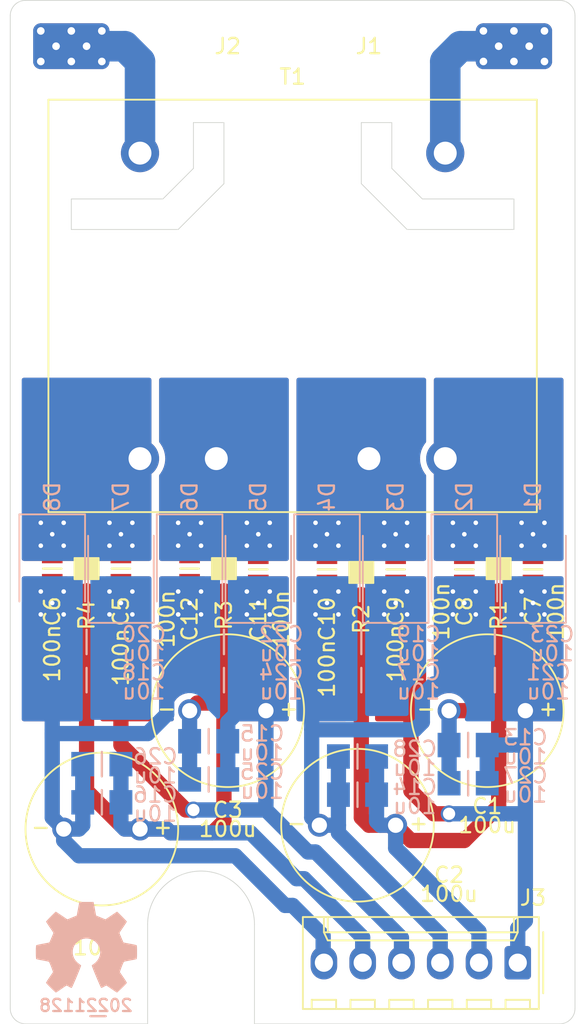
<source format=kicad_pcb>
(kicad_pcb (version 20211014) (generator pcbnew)
  (layers (0 "F.Cu" signal) (31 "B.Cu" signal) (34 "B.Paste" user) (35 "F.Paste" user) (36 "B.SilkS" user "B.Silkscreen") (37 "F.SilkS" user "F.Silkscreen") (38 "B.Mask" user) (39 "F.Mask" user) (44 "Edge.Cuts" user))
  (net 0 "")
  (net 1 "/V1+")
  (net 2 "/V1-")
  (net 3 "/Phase")
  (net 4 "/Neutral")
  (net 5 "/VC1")
  (net 6 "/V2+")
  (net 7 "/V2-")
  (net 8 "/VC2")
  (net 9 "/P1A")
  (net 10 "/P1B")
  (net 11 "/P2A")
  (net 12 "/P2B")
  (footprint "SquantorRcl:C-050-100-elco" (layer "F.Cu") (at 144.25 126.5 180)
    (fp_text reference "C3" (at 0 -6.5 unlocked) (layer "F.SilkS"))
    (fp_text value "100u" (at 0 -7.75 unlocked) (layer "F.SilkS"))
    (fp_text user "+" (at -4 0 180 unlocked) (layer "F.SilkS"))
    (fp_text user "-" (at 4 0 180 unlocked) (layer "F.SilkS"))
    (pad "1" thru_hole circle (at -2.5 0 180) (size 1.5 1.5) (drill 1) (layers *.Cu *.Mask) (net 6 "/V2+"))
    (pad "2" thru_hole circle (at 2.5 0 180) (size 1.5 1.5) (drill 1) (layers *.Cu *.Mask) (net 8 "/VC2"))
  )
  (footprint "SquantorRcl:C_0805+0603" (layer "F.Cu") (at 155.25 117.25 -90)
    (fp_text reference "C9" (at 2.75 0 90) (layer "F.SilkS"))
    (fp_text value "100n" (at 5.5 0 90) (layer "F.SilkS"))
    (pad "1" smd rect (at -0.925 0 270) (size 1.15 1.35) (layers "F.Cu" "F.Paste" "F.Mask") (net 10 "/P1B"))
    (pad "2" smd rect (at 0.925 0 270) (size 1.15 1.35) (layers "F.Cu" "F.Paste" "F.Mask") (net 1 "/V1+"))
  )
  (footprint "SquantorConnectors:pad_power" (layer "F.Cu") (at 134 83)
    (fp_text reference "J2" (at 10.25 0 unlocked) (layer "F.SilkS"))
    (fp_text value "Conn_01x01")
    (pad "1" thru_hole circle (at 1 0) (size 1 1) (drill 0.5) (layers *.Cu *.Mask) (net 4 "/Neutral"))
    (pad "1" smd roundrect (at 0 0) (size 5 3) (layers "F.Cu" "F.Mask") (roundrect_rratio 0.1666666667) (net 4 "/Neutral"))
    (pad "1" thru_hole circle (at 0 -1) (size 1 1) (drill 0.5) (layers *.Cu *.Mask) (net 4 "/Neutral"))
    (pad "1" thru_hole circle (at 0 1) (size 1 1) (drill 0.5) (layers *.Cu *.Mask) (net 4 "/Neutral"))
    (pad "1" thru_hole circle (at -2 1) (size 1 1) (drill 0.5) (layers *.Cu *.Mask) (net 4 "/Neutral"))
    (pad "1" smd roundrect (at 0 0) (size 5 3) (layers "B.Cu" "B.Mask") (roundrect_rratio 0.1666666667) (net 4 "/Neutral"))
    (pad "1" thru_hole circle (at 2 -1) (size 1 1) (drill 0.5) (layers *.Cu *.Mask) (net 4 "/Neutral"))
    (pad "1" thru_hole circle (at -2 -1) (size 1 1) (drill 0.5) (layers *.Cu *.Mask) (net 4 "/Neutral"))
    (pad "1" thru_hole circle (at 2 1) (size 1 1) (drill 0.5) (layers *.Cu *.Mask) (net 4 "/Neutral"))
    (pad "1" thru_hole circle (at -1 0) (size 1 1) (drill 0.5) (layers *.Cu *.Mask) (net 4 "/Neutral"))
  )
  (footprint "SquantorRcl:C_0805+0603" (layer "F.Cu") (at 146.25 117.25 -90)
    (fp_text reference "C11" (at 3.25 0 90) (layer "F.SilkS"))
    (fp_text value "100n" (at 3.25 -1.5 90) (layer "F.SilkS"))
    (pad "1" smd rect (at -0.925 0 270) (size 1.15 1.35) (layers "F.Cu" "F.Paste" "F.Mask") (net 11 "/P2A"))
    (pad "2" smd rect (at 0.925 0 270) (size 1.15 1.35) (layers "F.Cu" "F.Paste" "F.Mask") (net 6 "/V2+"))
  )
  (footprint "SquantorRcl:R_1206" (layer "F.Cu") (at 144 117.2 90)
    (fp_text reference "R3" (at -3.05 0 90) (layer "F.SilkS"))
    (fp_text value "TBD")
    (pad "1" smd rect (at -1.45 0 90) (size 0.9 1.7) (layers "F.Cu" "F.Paste" "F.Mask") (net 8 "/VC2"))
    (pad "2" smd rect (at 1.45 0 90) (size 0.9 1.7) (layers "F.Cu" "F.Paste" "F.Mask") (net 11 "/P2A"))
  )
  (footprint "SquantorRcl:C-050-100-elco" (layer "F.Cu") (at 136 134.25 180)
    (fp_text reference "C4" (at 0 -6.5 unlocked) (layer "F.SilkS"))
    (fp_text value "100u" (at 0 -7.75 unlocked) (layer "F.SilkS"))
    (fp_text user "+" (at -4 0 180 unlocked) (layer "F.SilkS"))
    (fp_text user "-" (at 4 0 180 unlocked) (layer "F.SilkS"))
    (pad "1" thru_hole circle (at -2.5 0 180) (size 1.5 1.5) (drill 1) (layers *.Cu *.Mask) (net 8 "/VC2"))
    (pad "2" thru_hole circle (at 2.5 0 180) (size 1.5 1.5) (drill 1) (layers *.Cu *.Mask) (net 7 "/V2-"))
  )
  (footprint "SquantorRcl:C_0805+0603" (layer "F.Cu") (at 132.75 117.2 -90)
    (fp_text reference "C6" (at 2.8 0 90) (layer "F.SilkS"))
    (fp_text value "100n" (at 5.55 0 90) (layer "F.SilkS"))
    (pad "1" smd rect (at -0.925 0 270) (size 1.15 1.35) (layers "F.Cu" "F.Paste" "F.Mask") (net 12 "/P2B"))
    (pad "2" smd rect (at 0.925 0 270) (size 1.15 1.35) (layers "F.Cu" "F.Paste" "F.Mask") (net 7 "/V2-"))
  )
  (footprint "SquantorRcl:R_1206" (layer "F.Cu") (at 162 117.2 90)
    (fp_text reference "R1" (at -3.05 0 90) (layer "F.SilkS"))
    (fp_text value "TBD")
    (pad "1" smd rect (at -1.45 0 90) (size 0.9 1.7) (layers "F.Cu" "F.Paste" "F.Mask") (net 5 "/VC1"))
    (pad "2" smd rect (at 1.45 0 90) (size 0.9 1.7) (layers "F.Cu" "F.Paste" "F.Mask") (net 9 "/P1A"))
  )
  (footprint "SquantorTransformer:10pin_5pitch_32x27_1Pri_2Sec" (layer "F.Cu") (at 148.5 100)
    (fp_text reference "T1" (at 0 -15 unlocked) (layer "F.SilkS"))
    (fp_text value "10P_1P_2S")
    (pad "1" thru_hole circle (at 10 -10) (size 2.5 2.5) (drill 1.5) (layers *.Cu *.Mask) (net 3 "/Phase"))
    (pad "5" thru_hole circle (at -10 -10) (size 2.5 2.5) (drill 1.5) (layers *.Cu *.Mask) (net 4 "/Neutral"))
    (pad "6" thru_hole circle (at -10 10) (size 2.5 2.5) (drill 1.5) (layers *.Cu *.Mask) (net 12 "/P2B"))
    (pad "7" thru_hole circle (at -5 10) (size 2.5 2.5) (drill 1.5) (layers *.Cu *.Mask) (net 11 "/P2A"))
    (pad "9" thru_hole circle (at 5 10) (size 2.5 2.5) (drill 1.5) (layers *.Cu *.Mask) (net 10 "/P1B"))
    (pad "10" thru_hole circle (at 10 10) (size 2.5 2.5) (drill 1.5) (layers *.Cu *.Mask) (net 9 "/P1A"))
  )
  (footprint "SquantorRcl:C_0805+0603" (layer "F.Cu") (at 164.25 117.25 -90)
    (fp_text reference "C7" (at 2.75 0 90) (layer "F.SilkS"))
    (fp_text value "100n" (at 2.75 -1.5 90) (layer "F.SilkS"))
    (pad "1" smd rect (at -0.925 0 270) (size 1.15 1.35) (layers "F.Cu" "F.Paste" "F.Mask") (net 9 "/P1A"))
    (pad "2" smd rect (at 0.925 0 270) (size 1.15 1.35) (layers "F.Cu" "F.Paste" "F.Mask") (net 1 "/V1+"))
  )
  (footprint "SquantorRcl:C-050-100-elco" (layer "F.Cu") (at 161.25 126.5 180)
    (fp_text reference "C1" (at 0 -6.25 unlocked) (layer "F.SilkS"))
    (fp_text value "100u" (at 0 -7.5 unlocked) (layer "F.SilkS"))
    (fp_text user "+" (at -4 0 180 unlocked) (layer "F.SilkS"))
    (fp_text user "-" (at 4 0 180 unlocked) (layer "F.SilkS"))
    (pad "1" thru_hole circle (at -2.5 0 180) (size 1.5 1.5) (drill 1) (layers *.Cu *.Mask) (net 1 "/V1+"))
    (pad "2" thru_hole circle (at 2.5 0 180) (size 1.5 1.5) (drill 1) (layers *.Cu *.Mask) (net 5 "/VC1"))
  )
  (footprint "SquantorRcl:C_0805+0603" (layer "F.Cu") (at 137.25 117.2 -90)
    (fp_text reference "C5" (at 2.8 0 90) (layer "F.SilkS"))
    (fp_text value "100n" (at 5.8 0 90) (layer "F.SilkS"))
    (pad "1" smd rect (at -0.925 0 270) (size 1.15 1.35) (layers "F.Cu" "F.Paste" "F.Mask") (net 12 "/P2B"))
    (pad "2" smd rect (at 0.925 0 270) (size 1.15 1.35) (layers "F.Cu" "F.Paste" "F.Mask") (net 6 "/V2+"))
  )
  (footprint "SquantorRcl:C_0805+0603" (layer "F.Cu") (at 150.75 117.25 -90)
    (fp_text reference "C10" (at 3.25 0 90) (layer "F.SilkS"))
    (fp_text value "100n" (at 6.5 0 90) (layer "F.SilkS"))
    (pad "1" smd rect (at -0.925 0 270) (size 1.15 1.35) (layers "F.Cu" "F.Paste" "F.Mask") (net 10 "/P1B"))
    (pad "2" smd rect (at 0.925 0 270) (size 1.15 1.35) (layers "F.Cu" "F.Paste" "F.Mask") (net 2 "/V1-"))
  )
  (footprint "SquantorRcl:C-050-100-elco" (layer "F.Cu") (at 152.75 134 180)
    (fp_text reference "C2" (at -6 -3.25 unlocked) (layer "F.SilkS"))
    (fp_text value "100u" (at -6 -4.5 unlocked) (layer "F.SilkS"))
    (fp_text user "-" (at 4 0 180 unlocked) (layer "F.SilkS"))
    (fp_text user "+" (at -4 0 180 unlocked) (layer "F.SilkS"))
    (pad "1" thru_hole circle (at -2.5 0 180) (size 1.5 1.5) (drill 1) (layers *.Cu *.Mask) (net 5 "/VC1"))
    (pad "2" thru_hole circle (at 2.5 0 180) (size 1.5 1.5) (drill 1) (layers *.Cu *.Mask) (net 2 "/V1-"))
  )
  (footprint "Connector_Molex:Molex_KK-254_AE-6410-06A_1x06_P2.54mm_Vertical" (layer "F.Cu") (at 163.25 143 180)
    (fp_text reference "J3" (at -1 4.25) (layer "F.SilkS"))
    (fp_text value "Conn_01x06")
    (pad "1" thru_hole roundrect (at 0 0 180) (size 1.74 2.19) (drill 1.19) (layers *.Cu *.Mask) (roundrect_rratio 0.143678) (net 1 "/V1+"))
    (pad "2" thru_hole oval (at 2.54 0 180) (size 1.74 2.19) (drill 1.19) (layers *.Cu *.Mask) (net 5 "/VC1"))
    (pad "3" thru_hole oval (at 5.08 0 180) (size 1.74 2.19) (drill 1.19) (layers *.Cu *.Mask) (net 2 "/V1-"))
    (pad "4" thru_hole oval (at 7.62 0 180) (size 1.74 2.19) (drill 1.19) (layers *.Cu *.Mask) (net 6 "/V2+"))
    (pad "5" thru_hole oval (at 10.16 0 180) (size 1.74 2.19) (drill 1.19) (layers *.Cu *.Mask) (net 8 "/VC2"))
    (pad "6" thru_hole oval (at 12.7 0 180) (size 1.74 2.19) (drill 1.19) (layers *.Cu *.Mask) (net 7 "/V2-"))
  )
  (footprint "SquantorRcl:R_1206" (layer "F.Cu") (at 153 117.45 90)
    (fp_text reference "R2" (at -3.05 0 90) (layer "F.SilkS"))
    (fp_text value "TBD")
    (pad "1" smd rect (at -1.45 0 90) (size 0.9 1.7) (layers "F.Cu" "F.Paste" "F.Mask") (net 5 "/VC1"))
    (pad "2" smd rect (at 1.45 0 90) (size 0.9 1.7) (layers "F.Cu" "F.Paste" "F.Mask") (net 10 "/P1B"))
  )
  (footprint "SquantorRcl:C_0805+0603" (layer "F.Cu") (at 159.75 117.25 -90)
    (fp_text reference "C8" (at 2.75 0 90) (layer "F.SilkS"))
    (fp_text value "100n" (at 2.75 1.5 90) (layer "F.SilkS"))
    (pad "1" smd rect (at -0.925 0 270) (size 1.15 1.35) (layers "F.Cu" "F.Paste" "F.Mask") (net 9 "/P1A"))
    (pad "2" smd rect (at 0.925 0 270) (size 1.15 1.35) (layers "F.Cu" "F.Paste" "F.Mask") (net 2 "/V1-"))
  )
  (footprint "SquantorRcl:C_0805+0603" (layer "F.Cu") (at 141.75 117.2 -90)
    (fp_text reference "C12" (at 3.3 0 90) (layer "F.SilkS"))
    (fp_text value "100n" (at 3.3 1.5 90) (layer "F.SilkS"))
    (pad "1" smd rect (at -0.925 0 270) (size 1.15 1.35) (layers "F.Cu" "F.Paste" "F.Mask") (net 11 "/P2A"))
    (pad "2" smd rect (at 0.925 0 270) (size 1.15 1.35) (layers "F.Cu" "F.Paste" "F.Mask") (net 7 "/V2-"))
  )
  (footprint "SquantorRcl:R_1206" (layer "F.Cu") (at 135 117.2 90)
    (fp_text reference "R4" (at -3.05 0 90) (layer "F.SilkS"))
    (fp_text value "TBD")
    (pad "1" smd rect (at -1.45 0 90) (size 0.9 1.7) (layers "F.Cu" "F.Paste" "F.Mask") (net 8 "/VC2"))
    (pad "2" smd rect (at 1.45 0 90) (size 0.9 1.7) (layers "F.Cu" "F.Paste" "F.Mask") (net 12 "/P2B"))
  )
  (footprint "SquantorConnectors:pad_power" (layer "F.Cu") (at 163 83)
    (fp_text reference "J1" (at -9.5 0 unlocked) (layer "F.SilkS"))
    (fp_text value "Conn_01x01")
    (pad "1" smd roundrect (at 0 0) (size 5 3) (layers "B.Cu" "B.Mask") (roundrect_rratio 0.1666666667) (net 3 "/Phase"))
    (pad "1" smd roundrect (at 0 0) (size 5 3) (layers "F.Cu" "F.Mask") (roundrect_rratio 0.1666666667) (net 3 "/Phase"))
    (pad "1" thru_hole circle (at -2 1) (size 1 1) (drill 0.5) (layers *.Cu *.Mask) (net 3 "/Phase"))
    (pad "1" thru_hole circle (at 0 -1) (size 1 1) (drill 0.5) (layers *.Cu *.Mask) (net 3 "/Phase"))
    (pad "1" thru_hole circle (at 2 1) (size 1 1) (drill 0.5) (layers *.Cu *.Mask) (net 3 "/Phase"))
    (pad "1" thru_hole circle (at 0 1) (size 1 1) (drill 0.5) (layers *.Cu *.Mask) (net 3 "/Phase"))
    (pad "1" thru_hole circle (at 2 -1) (size 1 1) (drill 0.5) (layers *.Cu *.Mask) (net 3 "/Phase"))
    (pad "1" thru_hole circle (at 1 0) (size 1 1) (drill 0.5) (layers *.Cu *.Mask) (net 3 "/Phase"))
    (pad "1" thru_hole circle (at -1 0) (size 1 1) (drill 0.5) (layers *.Cu *.Mask) (net 3 "/Phase"))
    (pad "1" thru_hole circle (at -2 -1) (size 1 1) (drill 0.5) (layers *.Cu *.Mask) (net 3 "/Phase"))
  )
  (footprint "SquantorLabels:Label_Generic" (layer "B.Cu") (at 135.75 145.9 180)
    (fp_text reference "N1" hide)
    (fp_text value "20221128" (at 0.8 0.1) (layer "B.SilkS") (effects (font (size 0.8 0.8)) (justify mirror)))
  )
  (footprint "Symbol:OSHW-Symbol_6.7x6mm_SilkScreen" (layer "B.Cu") (at 135 142 180)
    (fp_text reference "N2" hide)
    (fp_text value "OHWLOGO" hide)
  )
  (footprint "SquantorRcl:C_1206_0805" (layer "B.Cu") (at 160 128.75 180)
    (fp_text reference "C13" (at -3.75 0.5) (layer "B.SilkS") (effects (justify mirror)))
    (fp_text value "10u" (at -3.75 -0.75) (layer "B.SilkS") (effects (justify mirror)))
    (pad "1" smd rect (at -1.25 0 180) (size 1.5 1.6) (layers "B.Cu" "B.Paste" "B.Mask") (net 1 "/V1+"))
    (pad "2" smd rect (at 1.25 0 180) (size 1.5 1.6) (layers "B.Cu" "B.Paste" "B.Mask") (net 5 "/VC1"))
  )
  (footprint "Diode_SMD:D_SMB" (layer "B.Cu") (at 132.75 117.2 -90)
    (fp_text reference "D8" (at -4.7 0 90) (layer "B.SilkS") (effects (justify mirror)))
    (fp_text value "D")
    (pad "1" smd rect (at -2.15 0 270) (size 2.5 2.3) (layers "B.Cu" "B.Paste" "B.Mask") (net 12 "/P2B"))
    (pad "2" smd rect (at 2.15 0 270) (size 2.5 2.3) (layers "B.Cu" "B.Paste" "B.Mask") (net 7 "/V2-"))
  )
  (footprint "SquantorRcl:C_1206_0805" (layer "B.Cu") (at 153 122 180)
    (fp_text reference "C19" (at -3.75 0.5) (layer "B.SilkS") (effects (justify mirror)))
    (fp_text value "10u" (at -3.75 -0.75) (layer "B.SilkS") (effects (justify mirror)))
    (pad "1" smd rect (at -1.25 0 180) (size 1.5 1.6) (layers "B.Cu" "B.Paste" "B.Mask") (net 1 "/V1+"))
    (pad "2" smd rect (at 1.25 0 180) (size 1.5 1.6) (layers "B.Cu" "B.Paste" "B.Mask") (net 2 "/V1-"))
  )
  (footprint "SquantorRcl:C_1206_0805" (layer "B.Cu") (at 161.75 122 180)
    (fp_text reference "C23" (at -3.75 0.5) (layer "B.SilkS") (effects (justify mirror)))
    (fp_text value "10u" (at -3.75 -0.75) (layer "B.SilkS") (effects (justify mirror)))
    (pad "1" smd rect (at -1.25 0 180) (size 1.5 1.6) (layers "B.Cu" "B.Paste" "B.Mask") (net 1 "/V1+"))
    (pad "2" smd rect (at 1.25 0 180) (size 1.5 1.6) (layers "B.Cu" "B.Paste" "B.Mask") (net 2 "/V1-"))
  )
  (footprint "SquantorRcl:C_1206_0805" (layer "B.Cu") (at 152.75 129.5 180)
    (fp_text reference "C28" (at -3.75 0.5) (layer "B.SilkS") (effects (justify mirror)))
    (fp_text value "10u" (at -3.75 -0.75) (layer "B.SilkS") (effects (justify mirror)))
    (pad "1" smd rect (at -1.25 0 180) (size 1.5 1.6) (layers "B.Cu" "B.Paste" "B.Mask") (net 5 "/VC1"))
    (pad "2" smd rect (at 1.25 0 180) (size 1.5 1.6) (layers "B.Cu" "B.Paste" "B.Mask") (net 2 "/V1-"))
  )
  (footprint "SquantorRcl:C_1206_0805" (layer "B.Cu") (at 143 128.5 180)
    (fp_text reference "C15" (at -3.5 0.5) (layer "B.SilkS") (effects (justify mirror)))
    (fp_text value "10u" (at -3.5 -0.75) (layer "B.SilkS") (effects (justify mirror)))
    (pad "1" smd rect (at -1.25 0 180) (size 1.5 1.6) (layers "B.Cu" "B.Paste" "B.Mask") (net 6 "/V2+"))
    (pad "2" smd rect (at 1.25 0 180) (size 1.5 1.6) (layers "B.Cu" "B.Paste" "B.Mask") (net 8 "/VC2"))
  )
  (footprint "Diode_SMD:D_SMB" (layer "B.Cu") (at 159.75 117.2 -90)
    (fp_text reference "D2" (at -4.7 0 90) (layer "B.SilkS") (effects (justify mirror)))
    (fp_text value "D")
    (pad "1" smd rect (at -2.15 0 270) (size 2.5 2.3) (layers "B.Cu" "B.Paste" "B.Mask") (net 9 "/P1A"))
    (pad "2" smd rect (at 2.15 0 270) (size 2.5 2.3) (layers "B.Cu" "B.Paste" "B.Mask") (net 2 "/V1-"))
  )
  (footprint "SquantorRcl:C_1206_0805" (layer "B.Cu") (at 136 130 180)
    (fp_text reference "C26" (at -3.5 0.5) (layer "B.SilkS") (effects (justify mirror)))
    (fp_text value "10u" (at -3.5 -0.75) (layer "B.SilkS") (effects (justify mirror)))
    (pad "1" smd rect (at -1.25 0 180) (size 1.5 1.6) (layers "B.Cu" "B.Paste" "B.Mask") (net 8 "/VC2"))
    (pad "2" smd rect (at 1.25 0 180) (size 1.5 1.6) (layers "B.Cu" "B.Paste" "B.Mask") (net 7 "/V2-"))
  )
  (footprint "Diode_SMD:D_SMB" (layer "B.Cu") (at 146.25 117.2 90)
    (fp_text reference "D5" (at 4.7 0 270) (layer "B.SilkS") (effects (justify mirror)))
    (fp_text value "D")
    (pad "1" smd rect (at -2.15 0 90) (size 2.5 2.3) (layers "B.Cu" "B.Paste" "B.Mask") (net 6 "/V2+"))
    (pad "2" smd rect (at 2.15 0 90) (size 2.5 2.3) (layers "B.Cu" "B.Paste" "B.Mask") (net 11 "/P2A"))
  )
  (footprint "Diode_SMD:D_SMB" (layer "B.Cu") (at 155.25 117.2 90)
    (fp_text reference "D3" (at 4.7 0 270) (layer "B.SilkS") (effects (justify mirror)))
    (fp_text value "D")
    (pad "1" smd rect (at -2.15 0 90) (size 2.5 2.3) (layers "B.Cu" "B.Paste" "B.Mask") (net 1 "/V1+"))
    (pad "2" smd rect (at 2.15 0 90) (size 2.5 2.3) (layers "B.Cu" "B.Paste" "B.Mask") (net 10 "/P1B"))
  )
  (footprint "Diode_SMD:D_SMB" (layer "B.Cu") (at 137.25 117.2 90)
    (fp_text reference "D7" (at 4.7 0 270) (layer "B.SilkS") (effects (justify mirror)))
    (fp_text value "D")
    (pad "1" smd rect (at -2.15 0 90) (size 2.5 2.3) (layers "B.Cu" "B.Paste" "B.Mask") (net 6 "/V2+"))
    (pad "2" smd rect (at 2.15 0 90) (size 2.5 2.3) (layers "B.Cu" "B.Paste" "B.Mask") (net 12 "/P2B"))
  )
  (footprint "Diode_SMD:D_SMB" (layer "B.Cu") (at 141.75 117.2 -90)
    (fp_text reference "D6" (at -4.7 0 90) (layer "B.SilkS") (effects (justify mirror)))
    (fp_text value "D")
    (pad "1" smd rect (at -2.15 0 270) (size 2.5 2.3) (layers "B.Cu" "B.Paste" "B.Mask") (net 11 "/P2A"))
    (pad "2" smd rect (at 2.15 0 270) (size 2.5 2.3) (layers "B.Cu" "B.Paste" "B.Mask") (net 7 "/V2-"))
  )
  (footprint "SquantorRcl:C_1206_0805" (layer "B.Cu") (at 143 131 180)
    (fp_text reference "C25" (at -3.5 0.5) (layer "B.SilkS") (effects (justify mirror)))
    (fp_text value "10u" (at -3.5 -0.75) (layer "B.SilkS") (effects (justify mirror)))
    (pad "1" smd rect (at -1.25 0 180) (size 1.5 1.6) (layers "B.Cu" "B.Paste" "B.Mask") (net 6 "/V2+"))
    (pad "2" smd rect (at 1.25 0 180) (size 1.5 1.6) (layers "B.Cu" "B.Paste" "B.Mask") (net 8 "/VC2"))
  )
  (footprint "SquantorRcl:C_1206_0805" (layer "B.Cu") (at 135 124.5 180)
    (fp_text reference "C18" (at -3.75 0.5) (layer "B.SilkS") (effects (justify mirror)))
    (fp_text value "10u" (at -3.75 -0.75) (layer "B.SilkS") (effects (justify mirror)))
    (pad "1" smd rect (at -1.25 0 180) (size 1.5 1.6) (layers "B.Cu" "B.Paste" "B.Mask") (net 6 "/V2+"))
    (pad "2" smd rect (at 1.25 0 180) (size 1.5 1.6) (layers "B.Cu" "B.Paste" "B.Mask") (net 7 "/V2-"))
  )
  (footprint "SquantorRcl:C_1206_0805" (layer "B.Cu") (at 161.75 124.5 180)
    (fp_text reference "C21" (at -3.5 0.5) (layer "B.SilkS") (effects (justify mirror)))
    (fp_text value "10u" (at -3.5 -0.75) (layer "B.SilkS") (effects (justify mirror)))
    (pad "1" smd rect (at -1.25 0 180) (size 1.5 1.6) (layers "B.Cu" "B.Paste" "B.Mask") (net 1 "/V1+"))
    (pad "2" smd rect (at 1.25 0 180) (size 1.5 1.6) (layers "B.Cu" "B.Paste" "B.Mask") (net 2 "/V1-"))
  )
  (footprint "SquantorRcl:C_1206_0805" (layer "B.Cu") (at 136 132.5 180)
    (fp_text reference "C16" (at -3.5 0.5) (layer "B.SilkS") (effects (justify mirror)))
    (fp_text value "10u" (at -3.5 -0.75) (layer "B.SilkS") (effects (justify mirror)))
    (pad "1" smd rect (at -1.25 0 180) (size 1.5 1.6) (layers "B.Cu" "B.Paste" "B.Mask") (net 8 "/VC2"))
    (pad "2" smd rect (at 1.25 0 180) (size 1.5 1.6) (layers "B.Cu" "B.Paste" "B.Mask") (net 7 "/V2-"))
  )
  (footprint "Diode_SMD:D_SMB" (layer "B.Cu") (at 164.25 117.2 90)
    (fp_text reference "D1" (at 4.7 0 270) (layer "B.SilkS") (effects (justify mirror)))
    (fp_text value "D")
    (pad "1" smd rect (at -2.15 0 90) (size 2.5 2.3) (layers "B.Cu" "B.Paste" "B.Mask") (net 1 "/V1+"))
    (pad "2" smd rect (at 2.15 0 90) (size 2.5 2.3) (layers "B.Cu" "B.Paste" "B.Mask") (net 9 "/P1A"))
  )
  (footprint "SquantorRcl:C_1206_0805" (layer "B.Cu") (at 144 122 180)
    (fp_text reference "C22" (at -3.75 0.5) (layer "B.SilkS") (effects (justify mirror)))
    (fp_text value "10u" (at -3.75 -0.75) (layer "B.SilkS") (effects (justify mirror)))
    (pad "1" smd rect (at -1.25 0 180) (size 1.5 1.6) (layers "B.Cu" "B.Paste" "B.Mask") (net 6 "/V2+"))
    (pad "2" smd rect (at 1.25 0 180) (size 1.5 1.6) (layers "B.Cu" "B.Paste" "B.Mask") (net 7 "/V2-"))
  )
  (footprint "SquantorRcl:C_1206_0805" (layer "B.Cu") (at 160 131.25 180)
    (fp_text reference "C27" (at -3.75 0.5) (layer "B.SilkS") (effects (justify mirror)))
    (fp_text value "10u" (at -3.75 -0.75) (layer "B.SilkS") (effects (justify mirror)))
    (pad "1" smd rect (at -1.25 0 180) (size 1.5 1.6) (layers "B.Cu" "B.Paste" "B.Mask") (net 1 "/V1+"))
    (pad "2" smd rect (at 1.25 0 180) (size 1.5 1.6) (layers "B.Cu" "B.Paste" "B.Mask") (net 5 "/VC1"))
  )
  (footprint "SquantorRcl:C_1206_0805" (layer "B.Cu") (at 153 124.5 180)
    (fp_text reference "C17" (at -3.75 0.5) (layer "B.SilkS") (effects (justify mirror)))
    (fp_text value "10u" (at -3.75 -0.75) (layer "B.SilkS") (effects (justify mirror)))
    (pad "1" smd rect (at -1.25 0 180) (size 1.5 1.6) (layers "B.Cu" "B.Paste" "B.Mask") (net 1 "/V1+"))
    (pad "2" smd rect (at 1.25 0 180) (size 1.5 1.6) (layers "B.Cu" "B.Paste" "B.Mask") (net 2 "/V1-"))
  )
  (footprint "SquantorRcl:C_1206_0805" (layer "B.Cu") (at 144 124.5 180)
    (fp_text reference "C24" (at -3.75 0.5) (layer "B.SilkS") (effects (justify mirror)))
    (fp_text value "10u" (at -3.75 -0.75) (layer "B.SilkS") (effects (justify mirror)))
    (pad "1" smd rect (at -1.25 0 180) (size 1.5 1.6) (layers "B.Cu" "B.Paste" "B.Mask") (net 6 "/V2+"))
    (pad "2" smd rect (at 1.25 0 180) (size 1.5 1.6) (layers "B.Cu" "B.Paste" "B.Mask") (net 7 "/V2-"))
  )
  (footprint "SquantorRcl:C_1206_0805" (layer "B.Cu") (at 152.75 132 180)
    (fp_text reference "C14" (at -3.75 0.5) (layer "B.SilkS") (effects (justify mirror)))
    (fp_text value "10u" (at -3.75 -0.75) (layer "B.SilkS") (effects (justify mirror)))
    (pad "1" smd rect (at -1.25 0 180) (size 1.5 1.6) (layers "B.Cu" "B.Paste" "B.Mask") (net 5 "/VC1"))
    (pad "2" smd rect (at 1.25 0 180) (size 1.5 1.6) (layers "B.Cu" "B.Paste" "B.Mask") (net 2 "/V1-"))
  )
  (footprint "SquantorRcl:C_1206_0805" (layer "B.Cu") (at 135 122 180)
    (fp_text reference "C20" (at -3.75 0.5) (layer "B.SilkS") (effects (justify mirror)))
    (fp_text value "10u" (at -3.75 -0.75) (layer "B.SilkS") (effects (justify mirror)))
    (pad "1" smd rect (at -1.25 0 180) (size 1.5 1.6) (layers "B.Cu" "B.Paste" "B.Mask") (net 6 "/V2+"))
    (pad "2" smd rect (at 1.25 0 180) (size 1.5 1.6) (layers "B.Cu" "B.Paste" "B.Mask") (net 7 "/V2-"))
  )
  (footprint "Diode_SMD:D_SMB" (layer "B.Cu") (at 150.75 117.2 -90)
    (fp_text reference "D4" (at -4.7 0 90) (layer "B.SilkS") (effects (justify mirror)))
    (fp_text value "D")
    (pad "1" smd rect (at -2.15 0 270) (size 2.5 2.3) (layers "B.Cu" "B.Paste" "B.Mask") (net 10 "/P1B"))
    (pad "2" smd rect (at 2.15 0 270) (size 2.5 2.3) (layers "B.Cu" "B.Paste" "B.Mask") (net 2 "/V1-"))
  )
  (gr_line (start 157 93) (end 163 93) (layer "Edge.Cuts") (width 0.05))
  (gr_arc (start 166 80) (mid 166.707107 80.292893) (end 167 81) (layer "Edge.Cuts") (width 0.05))
  (gr_line (start 142 88) (end 142 91) (layer "Edge.Cuts") (width 0.05))
  (gr_line (start 142 91) (end 140 93) (layer "Edge.Cuts") (width 0.05))
  (gr_line (start 144 92) (end 144 88) (layer "Edge.Cuts") (width 0.05))
  (gr_line (start 153 92) (end 153 88) (layer "Edge.Cuts") (width 0.05))
  (gr_line (start 139 147) (end 139 140.5) (layer "Edge.Cuts") (width 0.05))
  (gr_line (start 163 95) (end 156 95) (layer "Edge.Cuts") (width 0.05))
  (gr_arc (start 130 81) (mid 130.292893 80.292893) (end 131 80) (layer "Edge.Cuts") (width 0.05))
  (gr_line (start 131 80) (end 166 80) (layer "Edge.Cuts") (width 0.05))
  (gr_arc (start 167 146) (mid 166.707107 146.707107) (end 166 147) (layer "Edge.Cuts") (width 0.05))
  (gr_line (start 131 147) (end 139 147) (layer "Edge.Cuts") (width 0.05))
  (gr_line (start 163 93) (end 163 95) (layer "Edge.Cuts") (width 0.05))
  (gr_line (start 156 95) (end 153 92) (layer "Edge.Cuts") (width 0.05))
  (gr_line (start 134 93) (end 134 95) (layer "Edge.Cuts") (width 0.05))
  (gr_line (start 134 95) (end 141 95) (layer "Edge.Cuts") (width 0.05))
  (gr_line (start 155 91) (end 157 93) (layer "Edge.Cuts") (width 0.05))
  (gr_line (start 146 147) (end 166 147) (layer "Edge.Cuts") (width 0.05))
  (gr_line (start 167 81) (end 167 146) (layer "Edge.Cuts") (width 0.05))
  (gr_line (start 141 95) (end 144 92) (layer "Edge.Cuts") (width 0.05))
  (gr_arc (start 139 140.5) (mid 142.5 137) (end 146 140.5) (layer "Edge.Cuts") (width 0.05))
  (gr_arc (start 131 147) (mid 130.292893 146.707107) (end 130 146) (layer "Edge.Cuts") (width 0.05))
  (gr_line (start 146 140.5) (end 146 147) (layer "Edge.Cuts") (width 0.05))
  (gr_line (start 153 88) (end 155 88) (layer "Edge.Cuts") (width 0.05))
  (gr_line (start 130 146) (end 130 81) (layer "Edge.Cuts") (width 0.05))
  (gr_line (start 144 88) (end 142 88) (layer "Edge.Cuts") (width 0.05))
  (gr_line (start 155 88) (end 155 91) (layer "Edge.Cuts") (width 0.05))
  (gr_line (start 140 93) (end 134 93) (layer "Edge.Cuts") (width 0.05))
  (segment (start 155.25 125) (end 155.25 119.45) (width 1) (layer "F.Cu") (net 1))
  (segment (start 158.75 133.25) (end 157.75 133.25) (width 1) (layer "F.Cu") (net 1))
  (segment (start 157.75 133.25) (end 156.25 131.75) (width 1) (layer "F.Cu") (net 1))
  (segment (start 156.25 126) (end 155.25 125) (width 1) (layer "F.Cu") (net 1))
  (segment (start 156.25 131.75) (end 156.25 126) (width 1) (layer "F.Cu") (net 1))
  (via (at 156 120.2) (size 0.6) (drill 0.3) (layers "F.Cu" "B.Cu") (net 1))
  (via (at 163.5 120.2) (size 0.6) (drill 0.3) (layers "F.Cu" "B.Cu") (net 1))
  (via (at 165 118.7) (size 0.6) (drill 0.3) (layers "F.Cu" "B.Cu") (net 1))
  (via (at 155.25 119.45) (size 0.6) (drill 0.3) (layers "F.Cu" "B.Cu") (net 1))
  (via (at 165 120.2) (size 0.6) (drill 0.3) (layers "F.Cu" "B.Cu") (net 1))
  (via (at 163.5 118.7) (size 0.6) (drill 0.3) (layers "F.Cu" "B.Cu") (net 1))
  (via (at 156 118.7) (size 0.6) (drill 0.3) (layers "F.Cu" "B.Cu") (net 1))
  (via (at 158.75 133.25) (size 1.1) (drill 0.8) (layers "F.Cu" "B.Cu") (net 1))
  (via (at 164.25 119.45) (size 0.6) (drill 0.3) (layers "F.Cu" "B.Cu") (net 1))
  (via (at 154.5 118.7) (size 0.6) (drill 0.3) (layers "F.Cu" "B.Cu") (net 1))
  (via (at 154.5 120.2) (size 0.6) (drill 0.3) (layers "F.Cu" "B.Cu") (net 1))
  (segment (start 163.75 133.25) (end 163.75 140.25) (width 1) (layer "B.Cu") (net 1))
  (segment (start 161.25 128.75) (end 163.75 128.75) (width 1) (layer "B.Cu") (net 1))
  (segment (start 163.75 126.5) (end 163.75 128.75) (width 1) (layer "B.Cu") (net 1))
  (segment (start 163.75 128.75) (end 163.75 133.25) (width 1) (layer "B.Cu") (net 1))
  (segment (start 158.75 133.25) (end 163.75 133.25) (width 1) (layer "B.Cu") (net 1))
  (segment (start 161.25 131.25) (end 161.25 128.75) (width 1) (layer "B.Cu") (net 1))
  (segment (start 163.75 140.25) (end 163.25 140.75) (width 1) (layer "B.Cu") (net 1))
  (segment (start 163.25 140.75) (end 163.25 143) (width 1) (layer "B.Cu") (net 1))
  (via (at 160.5 120.2) (size 0.6) (drill 0.3) (layers "F.Cu" "B.Cu") (net 2))
  (via (at 160.5 118.7) (size 0.6) (drill 0.3) (layers "F.Cu" "B.Cu") (net 2))
  (via (at 150 118.7) (size 0.6) (drill 0.3) (layers "F.Cu" "B.Cu") (net 2))
  (via (at 159 118.7) (size 0.6) (drill 0.3) (layers "F.Cu" "B.Cu") (net 2))
  (via (at 151.5 120.2) (size 0.6) (drill 0.3) (layers "F.Cu" "B.Cu") (net 2))
  (via (at 150 120.2) (size 0.6) (drill 0.3) (layers "F.Cu" "B.Cu") (net 2))
  (via (at 150.75 119.45) (size 0.6) (drill 0.3) (layers "F.Cu" "B.Cu") (net 2))
  (via (at 159 120.2) (size 0.6) (drill 0.3) (layers "F.Cu" "B.Cu") (net 2))
  (via (at 151.5 118.7) (size 0.6) (drill 0.3) (layers "F.Cu" "B.Cu") (net 2))
  (via (at 159.75 119.45) (size 0.6) (drill 0.3) (layers "F.Cu" "B.Cu") (net 2))
  (segment (start 149.75 127.75) (end 149.75 126.75) (width 1) (layer "B.Cu") (net 2))
  (segment (start 151.5 129.5) (end 151.5 132) (width 1) (layer "B.Cu") (net 2))
  (segment (start 157 125.5) (end 157 127.25) (width 1) (layer "B.Cu") (net 2))
  (segment (start 150.75 125.75) (end 150.75 119.35) (width 1) (layer "B.Cu") (net 2))
  (segment (start 156.5 127.75) (end 149.75 127.75) (width 1) (layer "B.Cu") (net 2))
  (segment (start 150.25 134) (end 151.5 134) (width 1) (layer "B.Cu") (net 2))
  (segment (start 158.75 124.75) (end 157.75 124.75) (width 1) (layer "B.Cu") (net 2))
  (segment (start 149.75 133.5) (end 149.75 127.75) (width 1) (layer "B.Cu") (net 2))
  (segment (start 157 127.25) (end 156.5 127.75) (width 1) (layer "B.Cu") (net 2))
  (segment (start 149.75 126.75) (end 150.75 125.75) (width 1) (layer "B.Cu") (net 2))
  (segment (start 151.5 132) (end 151.5 134) (width 1) (layer "B.Cu") (net 2))
  (segment (start 158.17 141.17) (end 158.17 143) (width 1) (layer "B.Cu") (net 2))
  (segment (start 159.75 119.35) (end 159.75 123.75) (width 1) (layer "B.Cu") (net 2))
  (segment (start 157.75 124.75) (end 157 125.5) (width 1) (layer "B.Cu") (net 2))
  (segment (start 159.75 123.75) (end 158.75 124.75) (width 1) (layer "B.Cu") (net 2))
  (segment (start 151.5 134.5) (end 158.17 141.17) (width 1) (layer "B.Cu") (net 2))
  (segment (start 150.25 134) (end 149.75 133.5) (width 1) (layer "B.Cu") (net 2))
  (segment (start 151.5 134) (end 151.5 134.5) (width 1) (layer "B.Cu") (net 2))
  (segment (start 158.5 84) (end 159.5 83) (width 2) (layer "B.Cu") (net 3))
  (segment (start 159.5 83) (end 164 83) (width 2) (layer "B.Cu") (net 3))
  (segment (start 158.5 90) (end 158.5 84) (width 2) (layer "B.Cu") (net 3))
  (segment (start 137.5 83) (end 133 83) (width 2) (layer "B.Cu") (net 4))
  (segment (start 138.5 84) (end 137.5 83) (width 2) (layer "B.Cu") (net 4))
  (segment (start 138.5 90) (end 138.5 84) (width 2) (layer "B.Cu") (net 4))
  (segment (start 158.75 126.5) (end 162 126.5) (width 1) (layer "F.Cu") (net 5))
  (segment (start 162 126.5) (end 162 132.75) (width 1) (layer "F.Cu") (net 5))
  (segment (start 153 118.9) (end 153 133.5) (width 1) (layer "F.Cu") (net 5))
  (segment (start 153 133.5) (end 153.5 134) (width 1) (layer "F.Cu") (net 5))
  (segment (start 162 132.75) (end 159.75 135) (width 1) (layer "F.Cu") (net 5))
  (segment (start 162 118.65) (end 162 126.5) (width 1) (layer "F.Cu") (net 5))
  (segment (start 156.25 135) (end 155.25 134) (width 1) (layer "F.Cu") (net 5))
  (segment (start 153.5 134) (end 155.25 134) (width 1) (layer "F.Cu") (net 5))
  (segment (start 159.75 135) (end 156.25 135) (width 1) (layer "F.Cu") (net 5))
  (segment (start 154 129.5) (end 154 132) (width 1) (layer "B.Cu") (net 5))
  (segment (start 154 133.75) (end 154.25 134) (width 1) (layer "B.Cu") (net 5))
  (segment (start 155.25 135.5) (end 155.25 134) (width 1) (layer "B.Cu") (net 5))
  (segment (start 154.25 134) (end 155.25 134) (width 1) (layer "B.Cu") (net 5))
  (segment (start 160.71 143) (end 160.71 140.96) (width 1) (layer "B.Cu") (net 5))
  (segment (start 154 132) (end 154 133.75) (width 1) (layer "B.Cu") (net 5))
  (segment (start 160.71 140.96) (end 155.25 135.5) (width 1) (layer "B.Cu") (net 5))
  (segment (start 158.75 126.5) (end 158.75 131.25) (width 1) (layer "B.Cu") (net 5))
  (segment (start 141.5 133) (end 137.25 128.75) (width 1) (layer "F.Cu") (net 6))
  (segment (start 137.25 128.75) (end 137.25 119.45) (width 1) (layer "F.Cu") (net 6))
  (segment (start 142 133) (end 141.5 133) (width 1) (layer "F.Cu") (net 6))
  (via (at 146.25 119.45) (size 0.6) (drill 0.3) (layers "F.Cu" "B.Cu") (net 6))
  (via (at 145.5 118.7) (size 0.6) (drill 0.3) (layers "F.Cu" "B.Cu") (net 6))
  (via (at 138 118.7) (size 0.6) (drill 0.3) (layers "F.Cu" "B.Cu") (net 6))
  (via (at 136.5 120.2) (size 0.6) (drill 0.3) (layers "F.Cu" "B.Cu") (net 6))
  (via (at 138 120.2) (size 0.6) (drill 0.3) (layers "F.Cu" "B.Cu") (net 6))
  (via (at 136.5 118.7) (size 0.6) (drill 0.3) (layers "F.Cu" "B.Cu") (net 6))
  (via (at 137.25 119.45) (size 0.6) (drill 0.3) (layers "F.Cu" "B.Cu") (net 6))
  (via (at 142 133) (size 1.1) (drill 0.8) (layers "F.Cu" "B.Cu") (net 6))
  (via (at 147 120.2) (size 0.6) (drill 0.3) (layers "F.Cu" "B.Cu") (net 6))
  (via (at 147 118.7) (size 0.6) (drill 0.3) (layers "F.Cu" "B.Cu") (net 6))
  (via (at 145.5 120.2) (size 0.6) (drill 0.3) (layers "F.Cu" "B.Cu") (net 6))
  (segment (start 146.75 132.5) (end 146.75 132.25) (width 1) (layer "B.Cu") (net 6))
  (segment (start 150 135.75) (end 155.63 141.38) (width 1) (layer "B.Cu") (net 6))
  (segment (start 149.5 135.75) (end 150 135.75) (width 1) (layer "B.Cu") (net 6))
  (segment (start 146.75 133) (end 146.75 131.25) (width 1) (layer "B.Cu") (net 6))
  (segment (start 144.25 127.25) (end 145 126.5) (width 1) (layer "B.Cu") (net 6))
  (segment (start 155.63 141.38) (end 155.63 143) (width 1) (layer "B.Cu") (net 6))
  (segment (start 146.75 133) (end 149.5 135.75) (width 1) (layer "B.Cu") (net 6))
  (segment (start 146.75 131.25) (end 146.75 128.75) (width 1) (layer "B.Cu") (net 6))
  (segment (start 142 133) (end 146.75 133) (width 1) (layer "B.Cu") (net 6))
  (segment (start 144.25 131) (end 144.25 127.25) (width 1) (layer "B.Cu") (net 6))
  (segment (start 145 126.5) (end 146.75 126.5) (width 1) (layer "B.Cu") (net 6))
  (segment (start 146.75 128.75) (end 146.75 126.5) (width 1) (layer "B.Cu") (net 6))
  (via (at 141.75 119.45) (size 0.6) (drill 0.3) (layers "F.Cu" "B.Cu") (net 7))
  (via (at 141 120.2) (size 0.6) (drill 0.3) (layers "F.Cu" "B.Cu") (net 7))
  (via (at 142.5 118.7) (size 0.6) (drill 0.3) (layers "F.Cu" "B.Cu") (net 7))
  (via (at 132 120.2) (size 0.6) (drill 0.3) (layers "F.Cu" "B.Cu") (net 7))
  (via (at 141 118.7) (size 0.6) (drill 0.3) (layers "F.Cu" "B.Cu") (net 7))
  (via (at 133.5 118.7) (size 0.6) (drill 0.3) (layers "F.Cu" "B.Cu") (net 7))
  (via (at 132 118.7) (size 0.6) (drill 0.3) (layers "F.Cu" "B.Cu") (net 7))
  (via (at 132.75 119.45) (size 0.6) (drill 0.3) (layers "F.Cu" "B.Cu") (net 7))
  (via (at 133.5 120.2) (size 0.6) (drill 0.3) (layers "F.Cu" "B.Cu") (net 7))
  (via (at 142.5 120.2) (size 0.6) (drill 0.3) (layers "F.Cu" "B.Cu") (net 7))
  (segment (start 134.5 134.25) (end 134.75 134) (width 1) (layer "B.Cu") (net 7))
  (segment (start 134.5 136) (end 144.75 136) (width 1) (layer "B.Cu") (net 7))
  (segment (start 148.5 139.25) (end 150.5 141.25) (width 1) (layer "B.Cu") (net 7))
  (segment (start 132.75 128) (end 132.75 128.25) (width 1) (layer "B.Cu") (net 7))
  (segment (start 141.75 119.35) (end 141.75 123.5) (width 1) (layer "B.Cu") (net 7))
  (segment (start 150.5 143) (end 150.55 143) (width 1) (layer "B.Cu") (net 7))
  (segment (start 140.25 126.75) (end 139 128) (width 1) (layer "B.Cu") (net 7))
  (segment (start 132.75 119.45) (end 132.75 127.75) (width 1) (layer "B.Cu") (net 7))
  (segment (start 144.75 136) (end 148 139.25) (width 1) (layer "B.Cu") (net 7))
  (segment (start 133.5 134.25) (end 133.5 135) (width 1) (layer "B.Cu") (net 7))
  (segment (start 134.75 134) (end 134.75 132.5) (width 1) (layer "B.Cu") (net 7))
  (segment (start 140.25 125) (end 140.25 126.75) (width 1) (layer "B.Cu") (net 7))
  (segment (start 150.5 141.25) (end 150.5 143) (width 1) (layer "B.Cu") (net 7))
  (segment (start 141.75 123.5) (end 140.25 125) (width 1) (layer "B.Cu") (net 7))
  (segment (start 132.75 133.5) (end 133.5 134.25) (width 1) (layer "B.Cu") (net 7))
  (segment (start 134.75 130) (end 134.75 132.5) (width 1) (layer "B.Cu") (net 7))
  (segment (start 132.75 127.75) (end 132.75 133.5) (width 1) (layer "B.Cu") (net 7))
  (segment (start 133.5 134.25) (end 134.5 134.25) (width 1) (layer "B.Cu") (net 7))
  (segment (start 148 139.25) (end 148.5 139.25) (width 1) (layer "B.Cu") (net 7))
  (segment (start 139 128) (end 132.75 128) (width 1) (layer "B.Cu") (net 7))
  (segment (start 133.5 135) (end 134.5 136) (width 1) (layer "B.Cu") (net 7))
  (segment (start 142.25 126) (end 144 126) (width 1) (layer "F.Cu") (net 8))
  (segment (start 140.25 134.25) (end 138.5 134.25) (width 1) (layer "F.Cu") (net 8))
  (segment (start 135 118.65) (end 135 131.75) (width 1) (layer "F.Cu") (net 8))
  (segment (start 135 131.75) (end 137.5 134.25) (width 1) (layer "F.Cu") (net 8))
  (segment (start 137.5 134.25) (end 138.5 134.25) (width 1) (layer "F.Cu") (net 8))
  (segment (start 144 126) (end 144 133.75) (width 1) (layer "F.Cu") (net 8))
  (segment (start 144 133.75) (end 143.25 134.5) (width 1) (layer "F.Cu") (net 8))
  (segment (start 144 118.65) (end 144 126) (width 1) (layer "F.Cu") (net 8))
  (segment (start 141.75 126.5) (end 142.25 126) (width 1) (layer "F.Cu") (net 8))
  (segment (start 143.25 134.5) (end 140.5 134.5) (width 1) (layer "F.Cu") (net 8))
  (segment (start 140.5 134.5) (end 140.25 134.25) (width 1) (layer "F.Cu") (net 8))
  (segment (start 141.75 126.5) (end 141.75 131) (width 1) (layer "B.Cu") (net 8))
  (segment (start 140.25 134.25) (end 140.5 134.5) (width 1) (layer "B.Cu") (net 8))
  (segment (start 149.25 137.5) (end 153.09 141.34) (width 1) (layer "B.Cu") (net 8))
  (segment (start 137.25 134) (end 137.25 132.5) (width 1) (layer "B.Cu") (net 8))
  (segment (start 145.75 134.5) (end 148.75 137.5) (width 1) (layer "B.Cu") (net 8))
  (segment (start 137.5 134.25) (end 137.25 134) (width 1) (layer "B.Cu") (net 8))
  (segment (start 138.5 134.25) (end 140.25 134.25) (width 1) (layer "B.Cu") (net 8))
  (segment (start 137.25 130) (end 137.25 132.5) (width 1) (layer "B.Cu") (net 8))
  (segment (start 138.5 134.25) (end 137.5 134.25) (width 1) (layer "B.Cu") (net 8))
  (segment (start 140.5 134.5) (end 145.75 134.5) (width 1) (layer "B.Cu") (net 8))
  (segment (start 153.09 141.34) (end 153.09 143) (width 1) (layer "B.Cu") (net 8))
  (segment (start 148.75 137.5) (end 149.25 137.5) (width 1) (layer "B.Cu") (net 8))
  (via (at 159.75 114.95) (size 0.6) (drill 0.3) (layers "F.Cu" "B.Cu") (net 9))
  (via (at 160.5 115.7) (size 0.6) (drill 0.3) (layers "F.Cu" "B.Cu") (net 9))
  (via (at 164.25 114.95) (size 0.6) (drill 0.3) (layers "F.Cu" "B.Cu") (net 9))
  (via (at 163.5 114.2) (size 0.6) (drill 0.3) (layers "F.Cu" "B.Cu") (net 9))
  (via (at 165 114.2) (size 0.6) (drill 0.3) (layers "F.Cu" "B.Cu") (net 9))
  (via (at 159 114.2) (size 0.6) (drill 0.3) (layers "F.Cu" "B.Cu") (net 9))
  (via (at 159 115.7) (size 0.6) (drill 0.3) (layers "F.Cu" "B.Cu") (net 9))
  (via (at 165 115.7) (size 0.6) (drill 0.3) (layers "F.Cu" "B.Cu") (net 9))
  (via (at 163.5 115.7) (size 0.6) (drill 0.3) (layers "F.Cu" "B.Cu") (net 9))
  (via (at 160.5 114.2) (size 0.6) (drill 0.3) (layers "F.Cu" "B.Cu") (net 9))
  (via (at 155.25 114.95) (size 0.6) (drill 0.3) (layers "F.Cu" "B.Cu") (net 10))
  (via (at 150 115.7) (size 0.6) (drill 0.3) (layers "F.Cu" "B.Cu") (net 10))
  (via (at 156 114.2) (size 0.6) (drill 0.3) (layers "F.Cu" "B.Cu") (net 10))
  (via (at 154.5 114.2) (size 0.6) (drill 0.3) (layers "F.Cu" "B.Cu") (net 10))
  (via (at 150 114.2) (size 0.6) (drill 0.3) (layers "F.Cu" "B.Cu") (net 10))
  (via (at 151.5 115.7) (size 0.6) (drill 0.3) (layers "F.Cu" "B.Cu") (net 10))
  (via (at 156 115.7) (size 0.6) (drill 0.3) (layers "F.Cu" "B.Cu") (net 10))
  (via (at 150.75 114.95) (size 0.6) (drill 0.3) (layers "F.Cu" "B.Cu") (net 10))
  (via (at 151.5 114.2) (size 0.6) (drill 0.3) (layers "F.Cu" "B.Cu") (net 10))
  (via (at 154.5 115.7) (size 0.6) (drill 0.3) (layers "F.Cu" "B.Cu") (net 10))
  (via (at 145.5 114.2) (size 0.6) (drill 0.3) (layers "F.Cu" "B.Cu") (net 11))
  (via (at 141.75 114.95) (size 0.6) (drill 0.3) (layers "F.Cu" "B.Cu") (net 11))
  (via (at 141 115.7) (size 0.6) (drill 0.3) (layers "F.Cu" "B.Cu") (net 11))
  (via (at 141 114.2) (size 0.6) (drill 0.3) (layers "F.Cu" "B.Cu") (net 11))
  (via (at 146.25 114.95) (size 0.6) (drill 0.3) (layers "F.Cu" "B.Cu") (net 11))
  (via (at 145.5 115.7) (size 0.6) (drill 0.3) (layers "F.Cu" "B.Cu") (net 11))
  (via (at 142.5 115.7) (size 0.6) (drill 0.3) (layers "F.Cu" "B.Cu") (net 11))
  (via (at 147 115.7) (size 0.6) (drill 0.3) (layers "F.Cu" "B.Cu") (net 11))
  (via (at 147 114.2) (size 0.6) (drill 0.3) (layers "F.Cu" "B.Cu") (net 11))
  (via (at 142.5 114.2) (size 0.6) (drill 0.3) (layers "F.Cu" "B.Cu") (net 11))
  (via (at 133.5 115.7) (size 0.6) (drill 0.3) (layers "F.Cu" "B.Cu") (net 12))
  (via (at 138 114.2) (size 0.6) (drill 0.3) (layers "F.Cu" "B.Cu") (net 12))
  (via (at 136.5 115.7) (size 0.6) (drill 0.3) (layers "F.Cu" "B.Cu") (net 12))
  (via (at 137.25 114.95) (size 0.6) (drill 0.3) (layers "F.Cu" "B.Cu") (net 12))
  (via (at 138 115.7) (size 0.6) (drill 0.3) (layers "F.Cu" "B.Cu") (net 12))
  (via (at 136.5 114.2) (size 0.6) (drill 0.3) (layers "F.Cu" "B.Cu") (net 12))
  (via (at 132 114.2) (size 0.6) (drill 0.3) (layers "F.Cu" "B.Cu") (net 12))
  (via (at 132 115.7) (size 0.6) (drill 0.3) (layers "F.Cu" "B.Cu") (net 12))
  (via (at 133.5 114.2) (size 0.6) (drill 0.3) (layers "F.Cu" "B.Cu") (net 12))
  (via (at 132.75 114.95) (size 0.6) (drill 0.3) (layers "F.Cu" "B.Cu") (net 12))
  (zone (net 1) (net_name "/V1+") (layers F&B.Cu) (connect_pads yes (clearance 0.4)) (min_thickness 0.3) (fill yes (thermal_gap 0.3) (thermal_bridge_width 0.4))
    (polygon (pts (xy 157.25 127.2) (xy 153.25 127.2) (xy 153.25 117.7) (xy 157.25 117.7)))
  )
  (zone (net 7) (net_name "/V2-") (layers F&B.Cu) (connect_pads yes (clearance 0.4)) (min_thickness 0.3) (fill yes (thermal_gap 0.3) (thermal_bridge_width 0.4))
    (polygon (pts (xy 134.75 127.2) (xy 130.75 127.2) (xy 130.75 117.7) (xy 134.75 117.7)))
  )
  (zone (net 2) (net_name "/V1-") (layers F&B.Cu) (connect_pads yes (clearance 0.4)) (min_thickness 0.3) (fill yes (thermal_gap 0.3) (thermal_bridge_width 0.4))
    (polygon (pts (xy 152.75 127.2) (xy 148.75 127.2) (xy 148.75 117.7) (xy 152.75 117.7)))
  )
  (zone (net 6) (net_name "/V2+") (layers F&B.Cu) (connect_pads yes (clearance 0.4)) (min_thickness 0.3) (fill yes (thermal_gap 0.3) (thermal_bridge_width 0.4))
    (polygon (pts (xy 139.25 127.2) (xy 135.25 127.2) (xy 135.25 117.7) (xy 139.25 117.7)))
  )
  (zone (net 2) (net_name "/V1-") (layers F&B.Cu) (connect_pads yes (clearance 0.4)) (min_thickness 0.3) (fill yes (thermal_gap 0.3) (thermal_bridge_width 0.4))
    (polygon (pts (xy 161.75 127.2) (xy 157.75 127.2) (xy 157.75 117.7) (xy 161.75 117.7)))
  )
  (zone (net 11) (net_name "/P2A") (layers F&B.Cu) (connect_pads yes (clearance 0.4)) (min_thickness 0.3) (fill yes (thermal_gap 0.3) (thermal_bridge_width 0.4))
    (polygon (pts (xy 148.25 116.7) (xy 139.75 116.7) (xy 139.75 104.7) (xy 148.25 104.7)))
  )
  (zone (net 1) (net_name "/V1+") (layers F&B.Cu) (connect_pads yes (clearance 0.4)) (min_thickness 0.3) (fill yes (thermal_gap 0.3) (thermal_bridge_width 0.4))
    (polygon (pts (xy 166.25 127.2) (xy 162.25 127.2) (xy 162.25 117.7) (xy 166.25 117.7)))
  )
  (zone (net 12) (net_name "/P2B") (layers F&B.Cu) (connect_pads yes (clearance 0.4)) (min_thickness 0.3) (fill yes (thermal_gap 0.3) (thermal_bridge_width 0.4))
    (polygon (pts (xy 139.25 116.7) (xy 130.75 116.7) (xy 130.75 104.7) (xy 139.25 104.7)))
  )
  (zone (net 9) (net_name "/P1A") (layers F&B.Cu) (connect_pads yes (clearance 0.4)) (min_thickness 0.3) (fill yes (thermal_gap 0.3) (thermal_bridge_width 0.4))
    (polygon (pts (xy 166.25 116.7) (xy 157.75 116.7) (xy 157.75 104.7) (xy 166.25 104.7)))
  )
  (zone (net 6) (net_name "/V2+") (layers F&B.Cu) (connect_pads yes (clearance 0.4)) (min_thickness 0.3) (fill yes (thermal_gap 0.3) (thermal_bridge_width 0.4))
    (polygon (pts (xy 148.25 127.2) (xy 144.25 127.2) (xy 144.25 117.7) (xy 148.25 117.7)))
  )
  (zone (net 10) (net_name "/P1B") (layers F&B.Cu) (connect_pads yes (clearance 0.4)) (min_thickness 0.3) (fill yes (thermal_gap 0.3) (thermal_bridge_width 0.4))
    (polygon (pts (xy 157.25 116.7) (xy 148.75 116.7) (xy 148.75 104.7) (xy 157.25 104.7)))
  )
  (zone (net 7) (net_name "/V2-") (layers F&B.Cu) (connect_pads yes (clearance 0.4)) (min_thickness 0.3) (fill yes (thermal_gap 0.3) (thermal_bridge_width 0.4))
    (polygon (pts (xy 143.75 127.2) (xy 139.75 127.2) (xy 139.75 117.7) (xy 143.75 117.7)))
  )
)
</source>
